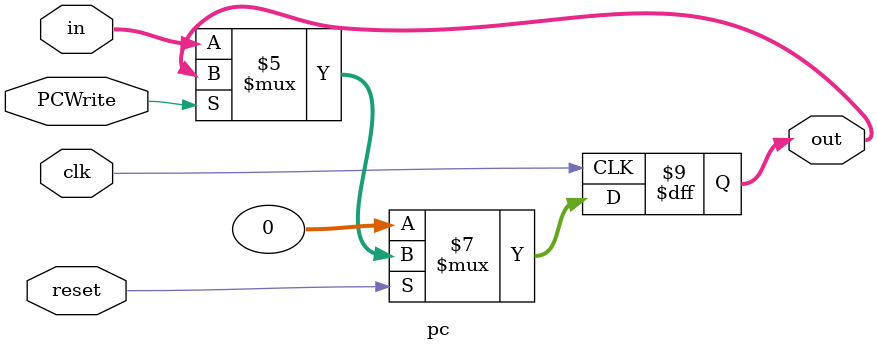
<source format=sv>
module pc(out, clk, reset, PCWrite, in);
	output [31:0] out;
	input [31:0] in;
	input clk, reset, PCWrite;

	
	always@(posedge clk)
	if(reset) begin
		if(!PCWrite)
			out <= in;
		else 
			out<= out;
	end
	else 
		out <= 32'b0;
endmodule

</source>
